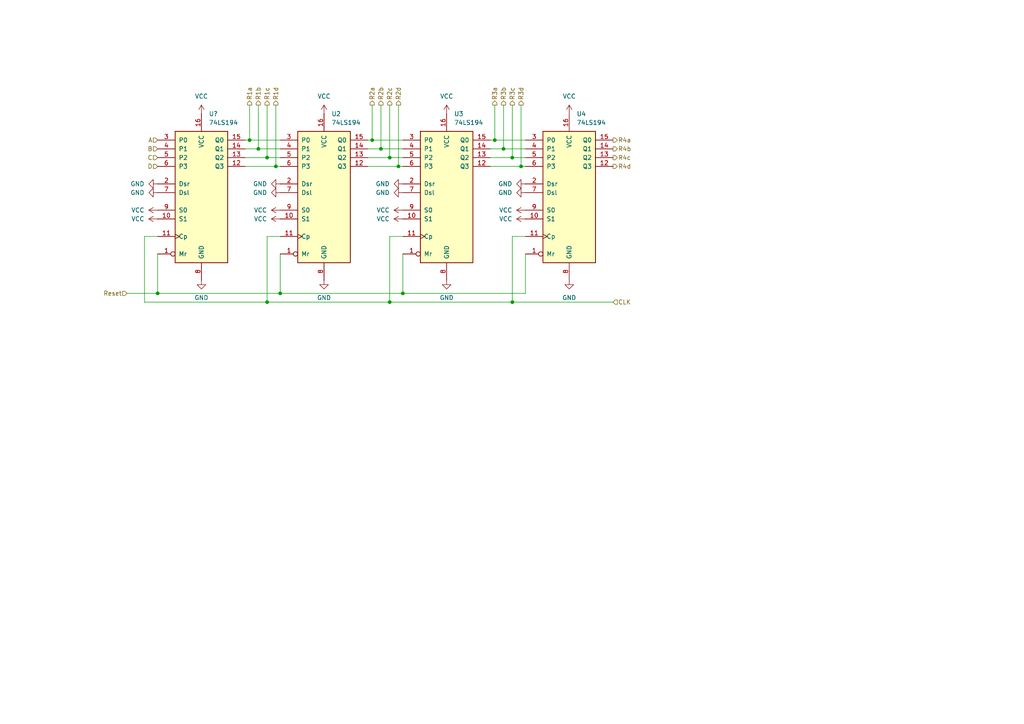
<source format=kicad_sch>
(kicad_sch
	(version 20250114)
	(generator "eeschema")
	(generator_version "9.0")
	(uuid "9639310c-b3d5-491f-be29-5c78d7443a19")
	(paper "A4")
	(lib_symbols
		(symbol "74xx:74LS194"
			(pin_names
				(offset 1.016)
			)
			(exclude_from_sim no)
			(in_bom yes)
			(on_board yes)
			(property "Reference" "U"
				(at -7.62 19.05 0)
				(effects
					(font
						(size 1.27 1.27)
					)
				)
			)
			(property "Value" "74LS194"
				(at -7.62 -21.59 0)
				(effects
					(font
						(size 1.27 1.27)
					)
				)
			)
			(property "Footprint" ""
				(at 0 0 0)
				(effects
					(font
						(size 1.27 1.27)
					)
					(hide yes)
				)
			)
			(property "Datasheet" "http://www.ti.com/lit/gpn/sn74LS194"
				(at 0 0 0)
				(effects
					(font
						(size 1.27 1.27)
					)
					(hide yes)
				)
			)
			(property "Description" "Shift Register 4-bit Bidirectional"
				(at 0 0 0)
				(effects
					(font
						(size 1.27 1.27)
					)
					(hide yes)
				)
			)
			(property "ki_locked" ""
				(at 0 0 0)
				(effects
					(font
						(size 1.27 1.27)
					)
				)
			)
			(property "ki_keywords" "TTL RS SR4"
				(at 0 0 0)
				(effects
					(font
						(size 1.27 1.27)
					)
					(hide yes)
				)
			)
			(property "ki_fp_filters" "DIP?16*"
				(at 0 0 0)
				(effects
					(font
						(size 1.27 1.27)
					)
					(hide yes)
				)
			)
			(symbol "74LS194_1_0"
				(pin input line
					(at -12.7 15.24 0)
					(length 5.08)
					(name "P0"
						(effects
							(font
								(size 1.27 1.27)
							)
						)
					)
					(number "3"
						(effects
							(font
								(size 1.27 1.27)
							)
						)
					)
				)
				(pin input line
					(at -12.7 12.7 0)
					(length 5.08)
					(name "P1"
						(effects
							(font
								(size 1.27 1.27)
							)
						)
					)
					(number "4"
						(effects
							(font
								(size 1.27 1.27)
							)
						)
					)
				)
				(pin input line
					(at -12.7 10.16 0)
					(length 5.08)
					(name "P2"
						(effects
							(font
								(size 1.27 1.27)
							)
						)
					)
					(number "5"
						(effects
							(font
								(size 1.27 1.27)
							)
						)
					)
				)
				(pin input line
					(at -12.7 7.62 0)
					(length 5.08)
					(name "P3"
						(effects
							(font
								(size 1.27 1.27)
							)
						)
					)
					(number "6"
						(effects
							(font
								(size 1.27 1.27)
							)
						)
					)
				)
				(pin input line
					(at -12.7 2.54 0)
					(length 5.08)
					(name "Dsr"
						(effects
							(font
								(size 1.27 1.27)
							)
						)
					)
					(number "2"
						(effects
							(font
								(size 1.27 1.27)
							)
						)
					)
				)
				(pin input line
					(at -12.7 0 0)
					(length 5.08)
					(name "Dsl"
						(effects
							(font
								(size 1.27 1.27)
							)
						)
					)
					(number "7"
						(effects
							(font
								(size 1.27 1.27)
							)
						)
					)
				)
				(pin input line
					(at -12.7 -5.08 0)
					(length 5.08)
					(name "S0"
						(effects
							(font
								(size 1.27 1.27)
							)
						)
					)
					(number "9"
						(effects
							(font
								(size 1.27 1.27)
							)
						)
					)
				)
				(pin input line
					(at -12.7 -7.62 0)
					(length 5.08)
					(name "S1"
						(effects
							(font
								(size 1.27 1.27)
							)
						)
					)
					(number "10"
						(effects
							(font
								(size 1.27 1.27)
							)
						)
					)
				)
				(pin input clock
					(at -12.7 -12.7 0)
					(length 5.08)
					(name "Cp"
						(effects
							(font
								(size 1.27 1.27)
							)
						)
					)
					(number "11"
						(effects
							(font
								(size 1.27 1.27)
							)
						)
					)
				)
				(pin input inverted
					(at -12.7 -17.78 0)
					(length 5.08)
					(name "Mr"
						(effects
							(font
								(size 1.27 1.27)
							)
						)
					)
					(number "1"
						(effects
							(font
								(size 1.27 1.27)
							)
						)
					)
				)
				(pin power_in line
					(at 0 22.86 270)
					(length 5.08)
					(name "VCC"
						(effects
							(font
								(size 1.27 1.27)
							)
						)
					)
					(number "16"
						(effects
							(font
								(size 1.27 1.27)
							)
						)
					)
				)
				(pin power_in line
					(at 0 -25.4 90)
					(length 5.08)
					(name "GND"
						(effects
							(font
								(size 1.27 1.27)
							)
						)
					)
					(number "8"
						(effects
							(font
								(size 1.27 1.27)
							)
						)
					)
				)
				(pin output line
					(at 12.7 15.24 180)
					(length 5.08)
					(name "Q0"
						(effects
							(font
								(size 1.27 1.27)
							)
						)
					)
					(number "15"
						(effects
							(font
								(size 1.27 1.27)
							)
						)
					)
				)
				(pin output line
					(at 12.7 12.7 180)
					(length 5.08)
					(name "Q1"
						(effects
							(font
								(size 1.27 1.27)
							)
						)
					)
					(number "14"
						(effects
							(font
								(size 1.27 1.27)
							)
						)
					)
				)
				(pin output line
					(at 12.7 10.16 180)
					(length 5.08)
					(name "Q2"
						(effects
							(font
								(size 1.27 1.27)
							)
						)
					)
					(number "13"
						(effects
							(font
								(size 1.27 1.27)
							)
						)
					)
				)
				(pin output line
					(at 12.7 7.62 180)
					(length 5.08)
					(name "Q3"
						(effects
							(font
								(size 1.27 1.27)
							)
						)
					)
					(number "12"
						(effects
							(font
								(size 1.27 1.27)
							)
						)
					)
				)
			)
			(symbol "74LS194_1_1"
				(rectangle
					(start -7.62 17.78)
					(end 7.62 -20.32)
					(stroke
						(width 0.254)
						(type default)
					)
					(fill
						(type background)
					)
				)
			)
			(embedded_fonts no)
		)
		(symbol "power:GND"
			(power)
			(pin_numbers
				(hide yes)
			)
			(pin_names
				(offset 0)
				(hide yes)
			)
			(exclude_from_sim no)
			(in_bom yes)
			(on_board yes)
			(property "Reference" "#PWR"
				(at 0 -6.35 0)
				(effects
					(font
						(size 1.27 1.27)
					)
					(hide yes)
				)
			)
			(property "Value" "GND"
				(at 0 -3.81 0)
				(effects
					(font
						(size 1.27 1.27)
					)
				)
			)
			(property "Footprint" ""
				(at 0 0 0)
				(effects
					(font
						(size 1.27 1.27)
					)
					(hide yes)
				)
			)
			(property "Datasheet" ""
				(at 0 0 0)
				(effects
					(font
						(size 1.27 1.27)
					)
					(hide yes)
				)
			)
			(property "Description" "Power symbol creates a global label with name \"GND\" , ground"
				(at 0 0 0)
				(effects
					(font
						(size 1.27 1.27)
					)
					(hide yes)
				)
			)
			(property "ki_keywords" "global power"
				(at 0 0 0)
				(effects
					(font
						(size 1.27 1.27)
					)
					(hide yes)
				)
			)
			(symbol "GND_0_1"
				(polyline
					(pts
						(xy 0 0) (xy 0 -1.27) (xy 1.27 -1.27) (xy 0 -2.54) (xy -1.27 -1.27) (xy 0 -1.27)
					)
					(stroke
						(width 0)
						(type default)
					)
					(fill
						(type none)
					)
				)
			)
			(symbol "GND_1_1"
				(pin power_in line
					(at 0 0 270)
					(length 0)
					(name "~"
						(effects
							(font
								(size 1.27 1.27)
							)
						)
					)
					(number "1"
						(effects
							(font
								(size 1.27 1.27)
							)
						)
					)
				)
			)
			(embedded_fonts no)
		)
		(symbol "power:VCC"
			(power)
			(pin_numbers
				(hide yes)
			)
			(pin_names
				(offset 0)
				(hide yes)
			)
			(exclude_from_sim no)
			(in_bom yes)
			(on_board yes)
			(property "Reference" "#PWR"
				(at 0 -3.81 0)
				(effects
					(font
						(size 1.27 1.27)
					)
					(hide yes)
				)
			)
			(property "Value" "VCC"
				(at 0 3.556 0)
				(effects
					(font
						(size 1.27 1.27)
					)
				)
			)
			(property "Footprint" ""
				(at 0 0 0)
				(effects
					(font
						(size 1.27 1.27)
					)
					(hide yes)
				)
			)
			(property "Datasheet" ""
				(at 0 0 0)
				(effects
					(font
						(size 1.27 1.27)
					)
					(hide yes)
				)
			)
			(property "Description" "Power symbol creates a global label with name \"VCC\""
				(at 0 0 0)
				(effects
					(font
						(size 1.27 1.27)
					)
					(hide yes)
				)
			)
			(property "ki_keywords" "global power"
				(at 0 0 0)
				(effects
					(font
						(size 1.27 1.27)
					)
					(hide yes)
				)
			)
			(symbol "VCC_0_1"
				(polyline
					(pts
						(xy -0.762 1.27) (xy 0 2.54)
					)
					(stroke
						(width 0)
						(type default)
					)
					(fill
						(type none)
					)
				)
				(polyline
					(pts
						(xy 0 2.54) (xy 0.762 1.27)
					)
					(stroke
						(width 0)
						(type default)
					)
					(fill
						(type none)
					)
				)
				(polyline
					(pts
						(xy 0 0) (xy 0 2.54)
					)
					(stroke
						(width 0)
						(type default)
					)
					(fill
						(type none)
					)
				)
			)
			(symbol "VCC_1_1"
				(pin power_in line
					(at 0 0 90)
					(length 0)
					(name "~"
						(effects
							(font
								(size 1.27 1.27)
							)
						)
					)
					(number "1"
						(effects
							(font
								(size 1.27 1.27)
							)
						)
					)
				)
			)
			(embedded_fonts no)
		)
	)
	(junction
		(at 115.57 48.26)
		(diameter 0)
		(color 0 0 0 0)
		(uuid "027ae8bd-5e88-451e-930e-b62cc9c410a8")
	)
	(junction
		(at 72.39 40.64)
		(diameter 0)
		(color 0 0 0 0)
		(uuid "0a3d83a3-da58-4d1f-a928-08f8fbd5e024")
	)
	(junction
		(at 45.72 85.09)
		(diameter 0)
		(color 0 0 0 0)
		(uuid "0b3c53c4-9a15-4e94-a06a-0191501d2c18")
	)
	(junction
		(at 74.93 43.18)
		(diameter 0)
		(color 0 0 0 0)
		(uuid "13a2018f-3ee5-4173-b8a6-a9457c91b8be")
	)
	(junction
		(at 77.47 87.63)
		(diameter 0)
		(color 0 0 0 0)
		(uuid "214667f3-1a20-409b-b8df-4bd874af7a0c")
	)
	(junction
		(at 113.03 87.63)
		(diameter 0)
		(color 0 0 0 0)
		(uuid "2c01c9c3-b014-4fc2-a5a7-c92bfe533097")
	)
	(junction
		(at 151.13 48.26)
		(diameter 0)
		(color 0 0 0 0)
		(uuid "4ac11e0f-8f66-4ffa-a039-13653f5542fc")
	)
	(junction
		(at 148.59 45.72)
		(diameter 0)
		(color 0 0 0 0)
		(uuid "5489e7d4-8a4c-42fc-a43f-9ff76e85e1b3")
	)
	(junction
		(at 77.47 45.72)
		(diameter 0)
		(color 0 0 0 0)
		(uuid "5f53a763-e60a-481a-a0b0-5f4888aed07b")
	)
	(junction
		(at 148.59 87.63)
		(diameter 0)
		(color 0 0 0 0)
		(uuid "7764fdca-110a-474c-939a-cfb9392bfd80")
	)
	(junction
		(at 116.84 85.09)
		(diameter 0)
		(color 0 0 0 0)
		(uuid "8466dfc5-0a8f-4398-92e6-7dd20b730155")
	)
	(junction
		(at 107.95 40.64)
		(diameter 0)
		(color 0 0 0 0)
		(uuid "9e341149-6b27-4518-abf4-5aea9ca11a7a")
	)
	(junction
		(at 110.49 43.18)
		(diameter 0)
		(color 0 0 0 0)
		(uuid "9e8a1292-3ac4-4417-9b9e-77a777b4a059")
	)
	(junction
		(at 146.05 43.18)
		(diameter 0)
		(color 0 0 0 0)
		(uuid "9f665bdb-d599-4d58-9439-a0d15858a04a")
	)
	(junction
		(at 143.51 40.64)
		(diameter 0)
		(color 0 0 0 0)
		(uuid "a50968b5-a809-4990-a4ef-c449f390a636")
	)
	(junction
		(at 80.01 48.26)
		(diameter 0)
		(color 0 0 0 0)
		(uuid "b9b7253c-f72e-493c-91a8-a154304190e9")
	)
	(junction
		(at 113.03 45.72)
		(diameter 0)
		(color 0 0 0 0)
		(uuid "e05e7c86-6891-4844-a1a5-bbc870a55e10")
	)
	(junction
		(at 81.28 85.09)
		(diameter 0)
		(color 0 0 0 0)
		(uuid "fc26cf28-41d0-4373-ae74-a17cec41c3ec")
	)
	(wire
		(pts
			(xy 151.13 48.26) (xy 152.4 48.26)
		)
		(stroke
			(width 0)
			(type default)
		)
		(uuid "042f4283-1d59-4558-b1bb-75e7f7b32d7e")
	)
	(wire
		(pts
			(xy 81.28 40.64) (xy 72.39 40.64)
		)
		(stroke
			(width 0)
			(type default)
		)
		(uuid "06c748a9-d8da-4e21-9363-40de165a7f5e")
	)
	(wire
		(pts
			(xy 45.72 85.09) (xy 45.72 73.66)
		)
		(stroke
			(width 0)
			(type default)
		)
		(uuid "114f86a1-0689-4be6-a582-48cb3471b62a")
	)
	(wire
		(pts
			(xy 177.8 87.63) (xy 148.59 87.63)
		)
		(stroke
			(width 0)
			(type default)
		)
		(uuid "1766c85d-bf78-48ec-be3d-7eb48ef75ccf")
	)
	(wire
		(pts
			(xy 41.91 87.63) (xy 77.47 87.63)
		)
		(stroke
			(width 0)
			(type default)
		)
		(uuid "1cecb105-dd63-45c4-90ac-a45f8e710722")
	)
	(wire
		(pts
			(xy 77.47 30.48) (xy 77.47 45.72)
		)
		(stroke
			(width 0)
			(type default)
		)
		(uuid "2289d6ce-6084-4df8-a515-4346fa84ee39")
	)
	(wire
		(pts
			(xy 115.57 48.26) (xy 116.84 48.26)
		)
		(stroke
			(width 0)
			(type default)
		)
		(uuid "245bbf36-c7a1-4c5e-bcea-737b8871df11")
	)
	(wire
		(pts
			(xy 106.68 45.72) (xy 113.03 45.72)
		)
		(stroke
			(width 0)
			(type default)
		)
		(uuid "25d1f8e8-f5ef-4ff0-8da4-070eb4c1dfd1")
	)
	(wire
		(pts
			(xy 74.93 43.18) (xy 71.12 43.18)
		)
		(stroke
			(width 0)
			(type default)
		)
		(uuid "2e2fc14d-01f4-46d2-b1b3-13ffdb3dcff2")
	)
	(wire
		(pts
			(xy 142.24 40.64) (xy 143.51 40.64)
		)
		(stroke
			(width 0)
			(type default)
		)
		(uuid "30eb0f9b-a385-48ae-b279-54d104f446d3")
	)
	(wire
		(pts
			(xy 146.05 30.48) (xy 146.05 43.18)
		)
		(stroke
			(width 0)
			(type default)
		)
		(uuid "32bcee37-8d89-47a3-8d20-11f928bb49cd")
	)
	(wire
		(pts
			(xy 142.24 43.18) (xy 146.05 43.18)
		)
		(stroke
			(width 0)
			(type default)
		)
		(uuid "35ad65d5-3c19-43bd-b9dd-b05fb9f24c11")
	)
	(wire
		(pts
			(xy 36.83 85.09) (xy 45.72 85.09)
		)
		(stroke
			(width 0)
			(type default)
		)
		(uuid "3cdf2377-0a00-401b-ae2a-c90ba7009bf6")
	)
	(wire
		(pts
			(xy 106.68 40.64) (xy 107.95 40.64)
		)
		(stroke
			(width 0)
			(type default)
		)
		(uuid "3f4abf8d-c2da-432b-8015-3e8d024fed25")
	)
	(wire
		(pts
			(xy 81.28 48.26) (xy 80.01 48.26)
		)
		(stroke
			(width 0)
			(type default)
		)
		(uuid "457907a0-21d1-43d2-979c-6be5aba28612")
	)
	(wire
		(pts
			(xy 80.01 30.48) (xy 80.01 48.26)
		)
		(stroke
			(width 0)
			(type default)
		)
		(uuid "4d652e31-cd9f-4df3-a394-f4b71a4c76f8")
	)
	(wire
		(pts
			(xy 74.93 30.48) (xy 74.93 43.18)
		)
		(stroke
			(width 0)
			(type default)
		)
		(uuid "550d567e-7208-458f-a24b-6558cf2e815e")
	)
	(wire
		(pts
			(xy 143.51 30.48) (xy 143.51 40.64)
		)
		(stroke
			(width 0)
			(type default)
		)
		(uuid "59385091-2d2c-48a2-aa67-412fdf062958")
	)
	(wire
		(pts
			(xy 148.59 45.72) (xy 152.4 45.72)
		)
		(stroke
			(width 0)
			(type default)
		)
		(uuid "594679cd-090b-4951-9df1-7bc62798732d")
	)
	(wire
		(pts
			(xy 81.28 43.18) (xy 74.93 43.18)
		)
		(stroke
			(width 0)
			(type default)
		)
		(uuid "5beae47f-50b6-40c7-9a7b-5f99c40b08d0")
	)
	(wire
		(pts
			(xy 142.24 45.72) (xy 148.59 45.72)
		)
		(stroke
			(width 0)
			(type default)
		)
		(uuid "653a5700-7aa7-4573-aa31-ed2fbdb5da20")
	)
	(wire
		(pts
			(xy 148.59 30.48) (xy 148.59 45.72)
		)
		(stroke
			(width 0)
			(type default)
		)
		(uuid "6974c9d3-96ba-49d7-8240-5c33eeba500e")
	)
	(wire
		(pts
			(xy 148.59 68.58) (xy 152.4 68.58)
		)
		(stroke
			(width 0)
			(type default)
		)
		(uuid "6dd7fe49-a9c6-46ab-b0f8-6ca459fad8c6")
	)
	(wire
		(pts
			(xy 116.84 68.58) (xy 113.03 68.58)
		)
		(stroke
			(width 0)
			(type default)
		)
		(uuid "777bd65a-3026-41d0-a696-0b3e1ff9324a")
	)
	(wire
		(pts
			(xy 45.72 68.58) (xy 41.91 68.58)
		)
		(stroke
			(width 0)
			(type default)
		)
		(uuid "7b07b72e-9952-42fb-85e8-f3e90da2600b")
	)
	(wire
		(pts
			(xy 72.39 30.48) (xy 72.39 40.64)
		)
		(stroke
			(width 0)
			(type default)
		)
		(uuid "7d0f2d30-f27e-4fe1-a9b8-91a08b8d1b11")
	)
	(wire
		(pts
			(xy 110.49 30.48) (xy 110.49 43.18)
		)
		(stroke
			(width 0)
			(type default)
		)
		(uuid "7f9b6898-e36b-4c22-9b17-6415133460a8")
	)
	(wire
		(pts
			(xy 106.68 43.18) (xy 110.49 43.18)
		)
		(stroke
			(width 0)
			(type default)
		)
		(uuid "8a2a6ec7-e40d-488c-b233-65d09b0997da")
	)
	(wire
		(pts
			(xy 113.03 30.48) (xy 113.03 45.72)
		)
		(stroke
			(width 0)
			(type default)
		)
		(uuid "8b6e7d22-be27-43b6-b61f-6d60afe2f34b")
	)
	(wire
		(pts
			(xy 41.91 68.58) (xy 41.91 87.63)
		)
		(stroke
			(width 0)
			(type default)
		)
		(uuid "8cc72f57-cf16-4ec8-b8b1-59e323b56b54")
	)
	(wire
		(pts
			(xy 81.28 45.72) (xy 77.47 45.72)
		)
		(stroke
			(width 0)
			(type default)
		)
		(uuid "8e950460-3d79-470c-8169-39b101efaa8d")
	)
	(wire
		(pts
			(xy 113.03 45.72) (xy 116.84 45.72)
		)
		(stroke
			(width 0)
			(type default)
		)
		(uuid "8fa43d10-e9a5-4f95-8b85-48e125cdc6c5")
	)
	(wire
		(pts
			(xy 107.95 40.64) (xy 116.84 40.64)
		)
		(stroke
			(width 0)
			(type default)
		)
		(uuid "92f9e8e9-e1a7-431d-8c6f-8598faf7681d")
	)
	(wire
		(pts
			(xy 107.95 30.48) (xy 107.95 40.64)
		)
		(stroke
			(width 0)
			(type default)
		)
		(uuid "93468378-ad10-4bf0-963d-3bda1389a424")
	)
	(wire
		(pts
			(xy 80.01 48.26) (xy 71.12 48.26)
		)
		(stroke
			(width 0)
			(type default)
		)
		(uuid "96381c9c-8030-47fa-af74-b4ab9943f65a")
	)
	(wire
		(pts
			(xy 110.49 43.18) (xy 116.84 43.18)
		)
		(stroke
			(width 0)
			(type default)
		)
		(uuid "9b1e08d8-e771-42cb-ae59-e9288ed64abc")
	)
	(wire
		(pts
			(xy 143.51 40.64) (xy 152.4 40.64)
		)
		(stroke
			(width 0)
			(type default)
		)
		(uuid "afd30f86-b41d-47e7-a4f9-81995b746a7f")
	)
	(wire
		(pts
			(xy 116.84 85.09) (xy 116.84 73.66)
		)
		(stroke
			(width 0)
			(type default)
		)
		(uuid "b2929f65-ad74-42a0-9f30-30fbeafa591d")
	)
	(wire
		(pts
			(xy 152.4 85.09) (xy 152.4 73.66)
		)
		(stroke
			(width 0)
			(type default)
		)
		(uuid "b8337041-7b79-48b4-82d1-3ee8ec8a1dfd")
	)
	(wire
		(pts
			(xy 148.59 87.63) (xy 148.59 68.58)
		)
		(stroke
			(width 0)
			(type default)
		)
		(uuid "b8a7b855-4c88-44c2-b353-dd3a5033551f")
	)
	(wire
		(pts
			(xy 151.13 30.48) (xy 151.13 48.26)
		)
		(stroke
			(width 0)
			(type default)
		)
		(uuid "c140cd5b-a44b-473e-853b-fa8b8ab3b552")
	)
	(wire
		(pts
			(xy 113.03 87.63) (xy 148.59 87.63)
		)
		(stroke
			(width 0)
			(type default)
		)
		(uuid "c320e325-b8f2-4e8d-9d3c-d33d4711bb87")
	)
	(wire
		(pts
			(xy 77.47 45.72) (xy 71.12 45.72)
		)
		(stroke
			(width 0)
			(type default)
		)
		(uuid "c71f02eb-dbbd-41dc-a78e-bda9430af585")
	)
	(wire
		(pts
			(xy 81.28 68.58) (xy 77.47 68.58)
		)
		(stroke
			(width 0)
			(type default)
		)
		(uuid "c7b463c4-f847-4798-a7c9-0fcde8b7f4fb")
	)
	(wire
		(pts
			(xy 72.39 40.64) (xy 71.12 40.64)
		)
		(stroke
			(width 0)
			(type default)
		)
		(uuid "c8c50673-70e2-45a9-95d0-54bdf23f0eb7")
	)
	(wire
		(pts
			(xy 81.28 85.09) (xy 116.84 85.09)
		)
		(stroke
			(width 0)
			(type default)
		)
		(uuid "caf04ca6-1a36-433f-ab51-ce9a0bdc3fca")
	)
	(wire
		(pts
			(xy 81.28 85.09) (xy 81.28 73.66)
		)
		(stroke
			(width 0)
			(type default)
		)
		(uuid "d4753045-df32-4055-9756-0911887cb8e5")
	)
	(wire
		(pts
			(xy 115.57 30.48) (xy 115.57 48.26)
		)
		(stroke
			(width 0)
			(type default)
		)
		(uuid "da065a1b-75a3-47e7-815b-122dffed0e82")
	)
	(wire
		(pts
			(xy 77.47 87.63) (xy 113.03 87.63)
		)
		(stroke
			(width 0)
			(type default)
		)
		(uuid "dd275fa1-d6fe-489d-838b-0321d6b95efb")
	)
	(wire
		(pts
			(xy 116.84 85.09) (xy 152.4 85.09)
		)
		(stroke
			(width 0)
			(type default)
		)
		(uuid "de394f46-ac15-4cc8-91a9-e7877f474330")
	)
	(wire
		(pts
			(xy 146.05 43.18) (xy 152.4 43.18)
		)
		(stroke
			(width 0)
			(type default)
		)
		(uuid "ec37d305-61e3-4fd1-a368-2e2563c62472")
	)
	(wire
		(pts
			(xy 45.72 85.09) (xy 81.28 85.09)
		)
		(stroke
			(width 0)
			(type default)
		)
		(uuid "ecfde08f-965d-47a5-8f51-95d7b156f476")
	)
	(wire
		(pts
			(xy 142.24 48.26) (xy 151.13 48.26)
		)
		(stroke
			(width 0)
			(type default)
		)
		(uuid "f00d38a7-7818-40e8-9e03-3ec4993dade3")
	)
	(wire
		(pts
			(xy 106.68 48.26) (xy 115.57 48.26)
		)
		(stroke
			(width 0)
			(type default)
		)
		(uuid "f0278819-3403-42fd-b44e-4b5b47fe2432")
	)
	(wire
		(pts
			(xy 113.03 68.58) (xy 113.03 87.63)
		)
		(stroke
			(width 0)
			(type default)
		)
		(uuid "f82f6796-77ad-4133-b1cc-94913e042d60")
	)
	(wire
		(pts
			(xy 77.47 68.58) (xy 77.47 87.63)
		)
		(stroke
			(width 0)
			(type default)
		)
		(uuid "ff3bb798-d437-4801-8861-9103af95217c")
	)
	(hierarchical_label "R1d"
		(shape output)
		(at 80.01 30.48 90)
		(effects
			(font
				(size 1.27 1.27)
			)
			(justify left)
		)
		(uuid "01069725-c6bc-4f09-b825-4f8077ea4962")
	)
	(hierarchical_label "R3d"
		(shape output)
		(at 151.13 30.48 90)
		(effects
			(font
				(size 1.27 1.27)
			)
			(justify left)
		)
		(uuid "0d4bf766-b12c-44f9-a71a-7eeb51127e78")
	)
	(hierarchical_label "R3b"
		(shape output)
		(at 146.05 30.48 90)
		(effects
			(font
				(size 1.27 1.27)
			)
			(justify left)
		)
		(uuid "186d0b78-9606-4050-937d-b8dea095e511")
	)
	(hierarchical_label "R1b"
		(shape output)
		(at 74.93 30.48 90)
		(effects
			(font
				(size 1.27 1.27)
			)
			(justify left)
		)
		(uuid "1e875312-87f1-4962-90b6-23a990fc21ef")
	)
	(hierarchical_label "Reset"
		(shape input)
		(at 36.83 85.09 180)
		(effects
			(font
				(size 1.27 1.27)
			)
			(justify right)
		)
		(uuid "210d723e-0989-4b32-a10a-04e9794e2f08")
	)
	(hierarchical_label "CLK"
		(shape input)
		(at 177.8 87.63 0)
		(effects
			(font
				(size 1.27 1.27)
			)
			(justify left)
		)
		(uuid "5027b2a7-36a7-483d-bc57-2e28141f899d")
	)
	(hierarchical_label "R2b"
		(shape output)
		(at 110.49 30.48 90)
		(effects
			(font
				(size 1.27 1.27)
			)
			(justify left)
		)
		(uuid "612ef723-96f2-48ae-a109-6cc623067e13")
	)
	(hierarchical_label "R1c"
		(shape output)
		(at 77.47 30.48 90)
		(effects
			(font
				(size 1.27 1.27)
			)
			(justify left)
		)
		(uuid "6df11a06-62f3-47c8-919e-a2b780c8ca71")
	)
	(hierarchical_label "A"
		(shape input)
		(at 45.72 40.64 180)
		(effects
			(font
				(size 1.27 1.27)
			)
			(justify right)
		)
		(uuid "6fba17bd-a918-4aed-ae44-791d303c299d")
	)
	(hierarchical_label "B"
		(shape input)
		(at 45.72 43.18 180)
		(effects
			(font
				(size 1.27 1.27)
			)
			(justify right)
		)
		(uuid "7af1e53f-71af-4ed3-943e-ae7984e82d03")
	)
	(hierarchical_label "R1a"
		(shape output)
		(at 72.39 30.48 90)
		(effects
			(font
				(size 1.27 1.27)
			)
			(justify left)
		)
		(uuid "b975eb39-c941-4f3a-95fc-28ef5ce46c74")
	)
	(hierarchical_label "R3c"
		(shape output)
		(at 148.59 30.48 90)
		(effects
			(font
				(size 1.27 1.27)
			)
			(justify left)
		)
		(uuid "c65f1b67-5add-4e4a-b1f9-f7f5dc2c9a98")
	)
	(hierarchical_label "R2c"
		(shape output)
		(at 113.03 30.48 90)
		(effects
			(font
				(size 1.27 1.27)
			)
			(justify left)
		)
		(uuid "cd797009-4f30-4b8b-bbd8-c13e21bc9068")
	)
	(hierarchical_label "R2d"
		(shape output)
		(at 115.57 30.48 90)
		(effects
			(font
				(size 1.27 1.27)
			)
			(justify left)
		)
		(uuid "d3df364c-8f67-44e0-a587-993761c73edb")
	)
	(hierarchical_label "R3a"
		(shape output)
		(at 143.51 30.48 90)
		(effects
			(font
				(size 1.27 1.27)
			)
			(justify left)
		)
		(uuid "d5216f38-d6e6-4910-b7a9-ad35cc16ef51")
	)
	(hierarchical_label "C"
		(shape input)
		(at 45.72 45.72 180)
		(effects
			(font
				(size 1.27 1.27)
			)
			(justify right)
		)
		(uuid "e3ecb0be-efeb-4b23-b5c1-2fe03c0aaee7")
	)
	(hierarchical_label "R4a"
		(shape output)
		(at 177.8 40.64 0)
		(effects
			(font
				(size 1.27 1.27)
			)
			(justify left)
		)
		(uuid "e4b3e149-a236-4f9e-bd68-aac4dfae607d")
	)
	(hierarchical_label "R4b"
		(shape output)
		(at 177.8 43.18 0)
		(effects
			(font
				(size 1.27 1.27)
			)
			(justify left)
		)
		(uuid "e8227b72-a3e9-404b-b0b2-7b780e92be21")
	)
	(hierarchical_label "R4d"
		(shape output)
		(at 177.8 48.26 0)
		(effects
			(font
				(size 1.27 1.27)
			)
			(justify left)
		)
		(uuid "f6dd6f9e-0a01-4845-8ebf-6a0a44eed269")
	)
	(hierarchical_label "R2a"
		(shape output)
		(at 107.95 30.48 90)
		(effects
			(font
				(size 1.27 1.27)
			)
			(justify left)
		)
		(uuid "fb1c5161-b56c-40a5-b21d-5274815dfe4f")
	)
	(hierarchical_label "D"
		(shape input)
		(at 45.72 48.26 180)
		(effects
			(font
				(size 1.27 1.27)
			)
			(justify right)
		)
		(uuid "fe2f885b-30ef-4a21-b2c5-e8ade99e3800")
	)
	(hierarchical_label "R4c"
		(shape output)
		(at 177.8 45.72 0)
		(effects
			(font
				(size 1.27 1.27)
			)
			(justify left)
		)
		(uuid "ff087482-01af-4706-ba32-1230c8e98c4e")
	)
	(symbol
		(lib_id "power:GND")
		(at 152.4 53.34 270)
		(unit 1)
		(exclude_from_sim no)
		(in_bom yes)
		(on_board yes)
		(dnp no)
		(fields_autoplaced yes)
		(uuid "061cda68-da85-42c9-93b0-d95769f2603f")
		(property "Reference" "#PWR015"
			(at 146.05 53.34 0)
			(effects
				(font
					(size 1.27 1.27)
				)
				(hide yes)
			)
		)
		(property "Value" "GND"
			(at 148.59 53.3399 90)
			(effects
				(font
					(size 1.27 1.27)
				)
				(justify right)
			)
		)
		(property "Footprint" ""
			(at 152.4 53.34 0)
			(effects
				(font
					(size 1.27 1.27)
				)
				(hide yes)
			)
		)
		(property "Datasheet" ""
			(at 152.4 53.34 0)
			(effects
				(font
					(size 1.27 1.27)
				)
				(hide yes)
			)
		)
		(property "Description" "Power symbol creates a global label with name \"GND\" , ground"
			(at 152.4 53.34 0)
			(effects
				(font
					(size 1.27 1.27)
				)
				(hide yes)
			)
		)
		(pin "1"
			(uuid "da47faf7-5b7b-4300-97a4-057c7ec1666c")
		)
		(instances
			(project "Subway Surfers"
				(path "/e8ee49b0-6c92-4580-8670-f3d8867d6cec/38f33439-c2cd-4e5d-8eca-23f703fd9d8e"
					(reference "#PWR015")
					(unit 1)
				)
			)
		)
	)
	(symbol
		(lib_id "power:VCC")
		(at 81.28 63.5 90)
		(unit 1)
		(exclude_from_sim no)
		(in_bom yes)
		(on_board yes)
		(dnp no)
		(fields_autoplaced yes)
		(uuid "088e70a2-afb2-4b12-9c55-3ea0fde9304f")
		(property "Reference" "#PWR08"
			(at 85.09 63.5 0)
			(effects
				(font
					(size 1.27 1.27)
				)
				(hide yes)
			)
		)
		(property "Value" "VCC"
			(at 77.47 63.4999 90)
			(effects
				(font
					(size 1.27 1.27)
				)
				(justify left)
			)
		)
		(property "Footprint" ""
			(at 81.28 63.5 0)
			(effects
				(font
					(size 1.27 1.27)
				)
				(hide yes)
			)
		)
		(property "Datasheet" ""
			(at 81.28 63.5 0)
			(effects
				(font
					(size 1.27 1.27)
				)
				(hide yes)
			)
		)
		(property "Description" "Power symbol creates a global label with name \"VCC\""
			(at 81.28 63.5 0)
			(effects
				(font
					(size 1.27 1.27)
				)
				(hide yes)
			)
		)
		(pin "1"
			(uuid "e717544f-f192-4612-8a91-23aae6df6e1c")
		)
		(instances
			(project "Subway Surfers"
				(path "/e8ee49b0-6c92-4580-8670-f3d8867d6cec/38f33439-c2cd-4e5d-8eca-23f703fd9d8e"
					(reference "#PWR08")
					(unit 1)
				)
			)
		)
	)
	(symbol
		(lib_id "power:VCC")
		(at 129.54 33.02 0)
		(unit 1)
		(exclude_from_sim no)
		(in_bom yes)
		(on_board yes)
		(dnp no)
		(fields_autoplaced yes)
		(uuid "0dfdf7db-c255-4d83-9749-cfc1ebea239a")
		(property "Reference" "#PWR022"
			(at 129.54 36.83 0)
			(effects
				(font
					(size 1.27 1.27)
				)
				(hide yes)
			)
		)
		(property "Value" "VCC"
			(at 129.54 27.94 0)
			(effects
				(font
					(size 1.27 1.27)
				)
			)
		)
		(property "Footprint" ""
			(at 129.54 33.02 0)
			(effects
				(font
					(size 1.27 1.27)
				)
				(hide yes)
			)
		)
		(property "Datasheet" ""
			(at 129.54 33.02 0)
			(effects
				(font
					(size 1.27 1.27)
				)
				(hide yes)
			)
		)
		(property "Description" "Power symbol creates a global label with name \"VCC\""
			(at 129.54 33.02 0)
			(effects
				(font
					(size 1.27 1.27)
				)
				(hide yes)
			)
		)
		(pin "1"
			(uuid "3dec2a09-6b42-4be1-83f6-88866d62a51a")
		)
		(instances
			(project "Subway Surfers"
				(path "/e8ee49b0-6c92-4580-8670-f3d8867d6cec/38f33439-c2cd-4e5d-8eca-23f703fd9d8e"
					(reference "#PWR022")
					(unit 1)
				)
			)
		)
	)
	(symbol
		(lib_id "power:GND")
		(at 81.28 55.88 270)
		(unit 1)
		(exclude_from_sim no)
		(in_bom yes)
		(on_board yes)
		(dnp no)
		(fields_autoplaced yes)
		(uuid "1970ba54-b636-4e74-9485-07dc99f0a5ad")
		(property "Reference" "#PWR04"
			(at 74.93 55.88 0)
			(effects
				(font
					(size 1.27 1.27)
				)
				(hide yes)
			)
		)
		(property "Value" "GND"
			(at 77.47 55.8799 90)
			(effects
				(font
					(size 1.27 1.27)
				)
				(justify right)
			)
		)
		(property "Footprint" ""
			(at 81.28 55.88 0)
			(effects
				(font
					(size 1.27 1.27)
				)
				(hide yes)
			)
		)
		(property "Datasheet" ""
			(at 81.28 55.88 0)
			(effects
				(font
					(size 1.27 1.27)
				)
				(hide yes)
			)
		)
		(property "Description" "Power symbol creates a global label with name \"GND\" , ground"
			(at 81.28 55.88 0)
			(effects
				(font
					(size 1.27 1.27)
				)
				(hide yes)
			)
		)
		(pin "1"
			(uuid "93ae9c28-c2e6-46fb-92bf-149211d93c54")
		)
		(instances
			(project "Subway Surfers"
				(path "/e8ee49b0-6c92-4580-8670-f3d8867d6cec/38f33439-c2cd-4e5d-8eca-23f703fd9d8e"
					(reference "#PWR04")
					(unit 1)
				)
			)
		)
	)
	(symbol
		(lib_id "power:VCC")
		(at 152.4 60.96 90)
		(unit 1)
		(exclude_from_sim no)
		(in_bom yes)
		(on_board yes)
		(dnp no)
		(fields_autoplaced yes)
		(uuid "243811f9-a43f-4b2e-976b-c189ad6a2d26")
		(property "Reference" "#PWR011"
			(at 156.21 60.96 0)
			(effects
				(font
					(size 1.27 1.27)
				)
				(hide yes)
			)
		)
		(property "Value" "VCC"
			(at 148.59 60.9599 90)
			(effects
				(font
					(size 1.27 1.27)
				)
				(justify left)
			)
		)
		(property "Footprint" ""
			(at 152.4 60.96 0)
			(effects
				(font
					(size 1.27 1.27)
				)
				(hide yes)
			)
		)
		(property "Datasheet" ""
			(at 152.4 60.96 0)
			(effects
				(font
					(size 1.27 1.27)
				)
				(hide yes)
			)
		)
		(property "Description" "Power symbol creates a global label with name \"VCC\""
			(at 152.4 60.96 0)
			(effects
				(font
					(size 1.27 1.27)
				)
				(hide yes)
			)
		)
		(pin "1"
			(uuid "9a1cb23a-4e53-4103-8d71-214c9c226c13")
		)
		(instances
			(project "Subway Surfers"
				(path "/e8ee49b0-6c92-4580-8670-f3d8867d6cec/38f33439-c2cd-4e5d-8eca-23f703fd9d8e"
					(reference "#PWR011")
					(unit 1)
				)
			)
		)
	)
	(symbol
		(lib_id "power:VCC")
		(at 93.98 33.02 0)
		(unit 1)
		(exclude_from_sim no)
		(in_bom yes)
		(on_board yes)
		(dnp no)
		(fields_autoplaced yes)
		(uuid "24d4a723-ad85-44ea-b6b0-4d84845bcf0f")
		(property "Reference" "#PWR023"
			(at 93.98 36.83 0)
			(effects
				(font
					(size 1.27 1.27)
				)
				(hide yes)
			)
		)
		(property "Value" "VCC"
			(at 93.98 27.94 0)
			(effects
				(font
					(size 1.27 1.27)
				)
			)
		)
		(property "Footprint" ""
			(at 93.98 33.02 0)
			(effects
				(font
					(size 1.27 1.27)
				)
				(hide yes)
			)
		)
		(property "Datasheet" ""
			(at 93.98 33.02 0)
			(effects
				(font
					(size 1.27 1.27)
				)
				(hide yes)
			)
		)
		(property "Description" "Power symbol creates a global label with name \"VCC\""
			(at 93.98 33.02 0)
			(effects
				(font
					(size 1.27 1.27)
				)
				(hide yes)
			)
		)
		(pin "1"
			(uuid "28cc5740-11f2-4075-9a3f-0cc26ab76bb4")
		)
		(instances
			(project "Subway Surfers"
				(path "/e8ee49b0-6c92-4580-8670-f3d8867d6cec/38f33439-c2cd-4e5d-8eca-23f703fd9d8e"
					(reference "#PWR023")
					(unit 1)
				)
			)
		)
	)
	(symbol
		(lib_id "74xx:74LS194")
		(at 129.54 55.88 0)
		(unit 1)
		(exclude_from_sim no)
		(in_bom yes)
		(on_board yes)
		(dnp no)
		(fields_autoplaced yes)
		(uuid "27edc20a-52e2-4b94-84d4-d444434e88de")
		(property "Reference" "U3"
			(at 131.6833 33.02 0)
			(effects
				(font
					(size 1.27 1.27)
				)
				(justify left)
			)
		)
		(property "Value" "74LS194"
			(at 131.6833 35.56 0)
			(effects
				(font
					(size 1.27 1.27)
				)
				(justify left)
			)
		)
		(property "Footprint" ""
			(at 129.54 55.88 0)
			(effects
				(font
					(size 1.27 1.27)
				)
				(hide yes)
			)
		)
		(property "Datasheet" "http://www.ti.com/lit/gpn/sn74LS194"
			(at 129.54 55.88 0)
			(effects
				(font
					(size 1.27 1.27)
				)
				(hide yes)
			)
		)
		(property "Description" "Shift Register 4-bit Bidirectional"
			(at 129.54 55.88 0)
			(effects
				(font
					(size 1.27 1.27)
				)
				(hide yes)
			)
		)
		(pin "16"
			(uuid "e6f2b065-5b90-4d3a-aac2-fe559d525572")
		)
		(pin "3"
			(uuid "678f90bd-224a-4a52-9228-a936d8ee97c4")
		)
		(pin "12"
			(uuid "cab95297-6ed5-45f8-a24c-db5703f57f16")
		)
		(pin "6"
			(uuid "eed5bc77-b2df-431b-88ac-3c3ae0c97249")
		)
		(pin "10"
			(uuid "a10c5d58-6b1f-4921-b0df-0bc2fe298667")
		)
		(pin "11"
			(uuid "dc404f73-44ad-4967-b2a4-a4123555b2fe")
		)
		(pin "15"
			(uuid "13ac509c-8afd-4253-90ab-3e07e7dc2160")
		)
		(pin "9"
			(uuid "32a2636f-1478-4127-84e2-b3b604858cce")
		)
		(pin "5"
			(uuid "9354c4e5-7a92-410b-bdb7-44f93b750acd")
		)
		(pin "1"
			(uuid "6d78d6d5-3a96-4ab7-86de-0eed919b0a13")
		)
		(pin "4"
			(uuid "dbc044b9-bb83-45e4-b293-c36fa41b50ba")
		)
		(pin "7"
			(uuid "72c2f2de-602c-48b4-86de-a8dc0cbb2f76")
		)
		(pin "2"
			(uuid "30a98996-d2f4-406f-9be2-147780d4c72e")
		)
		(pin "8"
			(uuid "8ca48f9c-d682-4d1c-aca5-0111fe97b17d")
		)
		(pin "14"
			(uuid "37e73baa-a680-4196-b03f-d41d84ba9b0e")
		)
		(pin "13"
			(uuid "8b63cf09-5cf5-4d37-9a51-c5408b82dd79")
		)
		(instances
			(project "Subway Surfers"
				(path "/e8ee49b0-6c92-4580-8670-f3d8867d6cec/38f33439-c2cd-4e5d-8eca-23f703fd9d8e"
					(reference "U3")
					(unit 1)
				)
			)
		)
	)
	(symbol
		(lib_id "power:VCC")
		(at 45.72 63.5 90)
		(unit 1)
		(exclude_from_sim no)
		(in_bom yes)
		(on_board yes)
		(dnp no)
		(fields_autoplaced yes)
		(uuid "28229c75-6aef-4013-871d-32f4fb010f8b")
		(property "Reference" "#PWR06"
			(at 49.53 63.5 0)
			(effects
				(font
					(size 1.27 1.27)
				)
				(hide yes)
			)
		)
		(property "Value" "VCC"
			(at 41.91 63.4999 90)
			(effects
				(font
					(size 1.27 1.27)
				)
				(justify left)
			)
		)
		(property "Footprint" ""
			(at 45.72 63.5 0)
			(effects
				(font
					(size 1.27 1.27)
				)
				(hide yes)
			)
		)
		(property "Datasheet" ""
			(at 45.72 63.5 0)
			(effects
				(font
					(size 1.27 1.27)
				)
				(hide yes)
			)
		)
		(property "Description" "Power symbol creates a global label with name \"VCC\""
			(at 45.72 63.5 0)
			(effects
				(font
					(size 1.27 1.27)
				)
				(hide yes)
			)
		)
		(pin "1"
			(uuid "e6a661de-07d1-4131-83a0-3f4b19023be2")
		)
		(instances
			(project "Subway Surfers"
				(path "/e8ee49b0-6c92-4580-8670-f3d8867d6cec/38f33439-c2cd-4e5d-8eca-23f703fd9d8e"
					(reference "#PWR06")
					(unit 1)
				)
			)
		)
	)
	(symbol
		(lib_id "74xx:74LS194")
		(at 165.1 55.88 0)
		(unit 1)
		(exclude_from_sim no)
		(in_bom yes)
		(on_board yes)
		(dnp no)
		(fields_autoplaced yes)
		(uuid "497652d8-c6d0-4b70-9924-21a6dcc9bdf1")
		(property "Reference" "U4"
			(at 167.2433 33.02 0)
			(effects
				(font
					(size 1.27 1.27)
				)
				(justify left)
			)
		)
		(property "Value" "74LS194"
			(at 167.2433 35.56 0)
			(effects
				(font
					(size 1.27 1.27)
				)
				(justify left)
			)
		)
		(property "Footprint" ""
			(at 165.1 55.88 0)
			(effects
				(font
					(size 1.27 1.27)
				)
				(hide yes)
			)
		)
		(property "Datasheet" "http://www.ti.com/lit/gpn/sn74LS194"
			(at 165.1 55.88 0)
			(effects
				(font
					(size 1.27 1.27)
				)
				(hide yes)
			)
		)
		(property "Description" "Shift Register 4-bit Bidirectional"
			(at 165.1 55.88 0)
			(effects
				(font
					(size 1.27 1.27)
				)
				(hide yes)
			)
		)
		(pin "16"
			(uuid "a9e908c3-0f5a-4c8c-8812-47ba36aa06bc")
		)
		(pin "3"
			(uuid "70dce691-fd2a-4c80-a3f0-81e60fe6ced7")
		)
		(pin "12"
			(uuid "5d60f927-6d59-49a5-9069-4419d4bff944")
		)
		(pin "6"
			(uuid "bce589db-23f8-4a30-847d-f036d3da80d2")
		)
		(pin "10"
			(uuid "d3587324-bba5-41c6-934d-6388a4a82265")
		)
		(pin "11"
			(uuid "c77b518d-6b9c-4703-ab49-0cde4e12aebd")
		)
		(pin "15"
			(uuid "21418174-0375-4ea9-b343-713cf874a921")
		)
		(pin "9"
			(uuid "4e340d9e-ac6a-4cf5-8a7b-fb2893daec99")
		)
		(pin "5"
			(uuid "768978eb-b1d6-40cc-ab52-d5e97176aee8")
		)
		(pin "1"
			(uuid "94239d7c-66e8-46a8-9814-192c264c0ce3")
		)
		(pin "4"
			(uuid "ad3de4b0-9784-481c-a88a-e10b7acb8e4f")
		)
		(pin "7"
			(uuid "0eb15f01-2e5e-48ca-9a79-0032b43ee396")
		)
		(pin "2"
			(uuid "79a539c7-7685-4076-9cef-a819929e4135")
		)
		(pin "8"
			(uuid "040f473c-6d61-4160-9fc3-3b7a9e2a0040")
		)
		(pin "14"
			(uuid "7913f881-c224-4959-8fe1-4bca424fa51b")
		)
		(pin "13"
			(uuid "fdbfec75-35f5-46d2-8d62-ad4819f3a296")
		)
		(instances
			(project "Subway Surfers"
				(path "/e8ee49b0-6c92-4580-8670-f3d8867d6cec/38f33439-c2cd-4e5d-8eca-23f703fd9d8e"
					(reference "U4")
					(unit 1)
				)
			)
		)
	)
	(symbol
		(lib_id "power:GND")
		(at 129.54 81.28 0)
		(unit 1)
		(exclude_from_sim no)
		(in_bom yes)
		(on_board yes)
		(dnp no)
		(fields_autoplaced yes)
		(uuid "4df5dd15-b43f-4807-a643-6dd49b91233f")
		(property "Reference" "#PWR018"
			(at 129.54 87.63 0)
			(effects
				(font
					(size 1.27 1.27)
				)
				(hide yes)
			)
		)
		(property "Value" "GND"
			(at 129.54 86.36 0)
			(effects
				(font
					(size 1.27 1.27)
				)
			)
		)
		(property "Footprint" ""
			(at 129.54 81.28 0)
			(effects
				(font
					(size 1.27 1.27)
				)
				(hide yes)
			)
		)
		(property "Datasheet" ""
			(at 129.54 81.28 0)
			(effects
				(font
					(size 1.27 1.27)
				)
				(hide yes)
			)
		)
		(property "Description" "Power symbol creates a global label with name \"GND\" , ground"
			(at 129.54 81.28 0)
			(effects
				(font
					(size 1.27 1.27)
				)
				(hide yes)
			)
		)
		(pin "1"
			(uuid "cf3324a5-6534-475c-8ae3-11b539f9a119")
		)
		(instances
			(project "Subway Surfers"
				(path "/e8ee49b0-6c92-4580-8670-f3d8867d6cec/38f33439-c2cd-4e5d-8eca-23f703fd9d8e"
					(reference "#PWR018")
					(unit 1)
				)
			)
		)
	)
	(symbol
		(lib_id "power:VCC")
		(at 165.1 33.02 0)
		(unit 1)
		(exclude_from_sim no)
		(in_bom yes)
		(on_board yes)
		(dnp no)
		(fields_autoplaced yes)
		(uuid "57767648-440e-4789-9f7d-49a5a59949ea")
		(property "Reference" "#PWR021"
			(at 165.1 36.83 0)
			(effects
				(font
					(size 1.27 1.27)
				)
				(hide yes)
			)
		)
		(property "Value" "VCC"
			(at 165.1 27.94 0)
			(effects
				(font
					(size 1.27 1.27)
				)
			)
		)
		(property "Footprint" ""
			(at 165.1 33.02 0)
			(effects
				(font
					(size 1.27 1.27)
				)
				(hide yes)
			)
		)
		(property "Datasheet" ""
			(at 165.1 33.02 0)
			(effects
				(font
					(size 1.27 1.27)
				)
				(hide yes)
			)
		)
		(property "Description" "Power symbol creates a global label with name \"VCC\""
			(at 165.1 33.02 0)
			(effects
				(font
					(size 1.27 1.27)
				)
				(hide yes)
			)
		)
		(pin "1"
			(uuid "50b63bad-1d2f-40fa-ad6b-f131f3344f10")
		)
		(instances
			(project "Subway Surfers"
				(path "/e8ee49b0-6c92-4580-8670-f3d8867d6cec/38f33439-c2cd-4e5d-8eca-23f703fd9d8e"
					(reference "#PWR021")
					(unit 1)
				)
			)
		)
	)
	(symbol
		(lib_id "74xx:74LS194")
		(at 58.42 55.88 0)
		(unit 1)
		(exclude_from_sim no)
		(in_bom yes)
		(on_board yes)
		(dnp no)
		(fields_autoplaced yes)
		(uuid "63214030-16c0-4b6c-a7c0-520346eb00b6")
		(property "Reference" "U?"
			(at 60.5633 33.02 0)
			(effects
				(font
					(size 1.27 1.27)
				)
				(justify left)
			)
		)
		(property "Value" "74LS194"
			(at 60.5633 35.56 0)
			(effects
				(font
					(size 1.27 1.27)
				)
				(justify left)
			)
		)
		(property "Footprint" ""
			(at 58.42 55.88 0)
			(effects
				(font
					(size 1.27 1.27)
				)
				(hide yes)
			)
		)
		(property "Datasheet" "http://www.ti.com/lit/gpn/sn74LS194"
			(at 58.42 55.88 0)
			(effects
				(font
					(size 1.27 1.27)
				)
				(hide yes)
			)
		)
		(property "Description" "Shift Register 4-bit Bidirectional"
			(at 58.42 55.88 0)
			(effects
				(font
					(size 1.27 1.27)
				)
				(hide yes)
			)
		)
		(pin "16"
			(uuid "3110ef54-86d3-4a3f-b1c5-8a23df1a9592")
		)
		(pin "3"
			(uuid "b7d93ff0-c891-4091-9fec-6b03a588963b")
		)
		(pin "12"
			(uuid "49390aac-0c87-498f-9ccc-f92f07d66339")
		)
		(pin "6"
			(uuid "d7c01c35-b0fc-427a-a804-08b09f42d34e")
		)
		(pin "10"
			(uuid "d74f7686-3d06-4a02-8e81-a35866ddc29b")
		)
		(pin "11"
			(uuid "dae78b3e-a347-4d05-889f-425490f63ff1")
		)
		(pin "15"
			(uuid "b9f83bbf-8f61-4998-b3cd-41e88c9d8f76")
		)
		(pin "9"
			(uuid "16dcf7b0-bf58-4e6d-b6d3-c1ee7cfafed7")
		)
		(pin "5"
			(uuid "3e985fba-4d29-4887-ade3-c1c7c9c42e92")
		)
		(pin "1"
			(uuid "bb5f4659-fc8a-4b1b-b6ad-195ace62cbb7")
		)
		(pin "4"
			(uuid "e46d1cfe-70fd-4fd7-be96-d16603bf7a29")
		)
		(pin "7"
			(uuid "01ac1f05-2812-4008-9dd2-e45faf67ae2a")
		)
		(pin "2"
			(uuid "226110e3-a34d-4ca3-8715-b2d1f85e8d33")
		)
		(pin "8"
			(uuid "d7e84dc5-3822-458e-8bb0-9916de8dfd45")
		)
		(pin "14"
			(uuid "92193458-c044-476f-af13-d8ced688b82c")
		)
		(pin "13"
			(uuid "bb17e1b2-ab7d-4cce-8707-0a1117900a35")
		)
		(instances
			(project "Subway Surfers"
				(path "/e8ee49b0-6c92-4580-8670-f3d8867d6cec/38f33439-c2cd-4e5d-8eca-23f703fd9d8e"
					(reference "U?")
					(unit 1)
				)
			)
		)
	)
	(symbol
		(lib_id "power:GND")
		(at 81.28 53.34 270)
		(unit 1)
		(exclude_from_sim no)
		(in_bom yes)
		(on_board yes)
		(dnp no)
		(fields_autoplaced yes)
		(uuid "6962dbcf-2f44-41a8-b112-a2835f6a6b16")
		(property "Reference" "#PWR03"
			(at 74.93 53.34 0)
			(effects
				(font
					(size 1.27 1.27)
				)
				(hide yes)
			)
		)
		(property "Value" "GND"
			(at 77.47 53.3399 90)
			(effects
				(font
					(size 1.27 1.27)
				)
				(justify right)
			)
		)
		(property "Footprint" ""
			(at 81.28 53.34 0)
			(effects
				(font
					(size 1.27 1.27)
				)
				(hide yes)
			)
		)
		(property "Datasheet" ""
			(at 81.28 53.34 0)
			(effects
				(font
					(size 1.27 1.27)
				)
				(hide yes)
			)
		)
		(property "Description" "Power symbol creates a global label with name \"GND\" , ground"
			(at 81.28 53.34 0)
			(effects
				(font
					(size 1.27 1.27)
				)
				(hide yes)
			)
		)
		(pin "1"
			(uuid "ea2a1cee-e3e3-4f81-9323-edfaaa89d72d")
		)
		(instances
			(project "Subway Surfers"
				(path "/e8ee49b0-6c92-4580-8670-f3d8867d6cec/38f33439-c2cd-4e5d-8eca-23f703fd9d8e"
					(reference "#PWR03")
					(unit 1)
				)
			)
		)
	)
	(symbol
		(lib_id "power:VCC")
		(at 45.72 60.96 90)
		(unit 1)
		(exclude_from_sim no)
		(in_bom yes)
		(on_board yes)
		(dnp no)
		(fields_autoplaced yes)
		(uuid "82cfc135-ef0d-4798-919a-809bb83f3450")
		(property "Reference" "#PWR?"
			(at 49.53 60.96 0)
			(effects
				(font
					(size 1.27 1.27)
				)
				(hide yes)
			)
		)
		(property "Value" "VCC"
			(at 41.91 60.9599 90)
			(effects
				(font
					(size 1.27 1.27)
				)
				(justify left)
			)
		)
		(property "Footprint" ""
			(at 45.72 60.96 0)
			(effects
				(font
					(size 1.27 1.27)
				)
				(hide yes)
			)
		)
		(property "Datasheet" ""
			(at 45.72 60.96 0)
			(effects
				(font
					(size 1.27 1.27)
				)
				(hide yes)
			)
		)
		(property "Description" "Power symbol creates a global label with name \"VCC\""
			(at 45.72 60.96 0)
			(effects
				(font
					(size 1.27 1.27)
				)
				(hide yes)
			)
		)
		(pin "1"
			(uuid "b130b497-9350-4f7e-8ead-1f353fede7ed")
		)
		(instances
			(project "Subway Surfers"
				(path "/e8ee49b0-6c92-4580-8670-f3d8867d6cec/38f33439-c2cd-4e5d-8eca-23f703fd9d8e"
					(reference "#PWR?")
					(unit 1)
				)
			)
		)
	)
	(symbol
		(lib_id "power:GND")
		(at 165.1 81.28 0)
		(unit 1)
		(exclude_from_sim no)
		(in_bom yes)
		(on_board yes)
		(dnp no)
		(fields_autoplaced yes)
		(uuid "8552e674-d6bd-488e-b2ae-4b190ce20b0a")
		(property "Reference" "#PWR017"
			(at 165.1 87.63 0)
			(effects
				(font
					(size 1.27 1.27)
				)
				(hide yes)
			)
		)
		(property "Value" "GND"
			(at 165.1 86.36 0)
			(effects
				(font
					(size 1.27 1.27)
				)
			)
		)
		(property "Footprint" ""
			(at 165.1 81.28 0)
			(effects
				(font
					(size 1.27 1.27)
				)
				(hide yes)
			)
		)
		(property "Datasheet" ""
			(at 165.1 81.28 0)
			(effects
				(font
					(size 1.27 1.27)
				)
				(hide yes)
			)
		)
		(property "Description" "Power symbol creates a global label with name \"GND\" , ground"
			(at 165.1 81.28 0)
			(effects
				(font
					(size 1.27 1.27)
				)
				(hide yes)
			)
		)
		(pin "1"
			(uuid "4dcf5a97-fb28-43f8-92a6-e5083ee6446b")
		)
		(instances
			(project "Subway Surfers"
				(path "/e8ee49b0-6c92-4580-8670-f3d8867d6cec/38f33439-c2cd-4e5d-8eca-23f703fd9d8e"
					(reference "#PWR017")
					(unit 1)
				)
			)
		)
	)
	(symbol
		(lib_id "power:GND")
		(at 152.4 55.88 270)
		(unit 1)
		(exclude_from_sim no)
		(in_bom yes)
		(on_board yes)
		(dnp no)
		(fields_autoplaced yes)
		(uuid "8614502a-d995-41f7-9ce9-b2b041cd438a")
		(property "Reference" "#PWR016"
			(at 146.05 55.88 0)
			(effects
				(font
					(size 1.27 1.27)
				)
				(hide yes)
			)
		)
		(property "Value" "GND"
			(at 148.59 55.8799 90)
			(effects
				(font
					(size 1.27 1.27)
				)
				(justify right)
			)
		)
		(property "Footprint" ""
			(at 152.4 55.88 0)
			(effects
				(font
					(size 1.27 1.27)
				)
				(hide yes)
			)
		)
		(property "Datasheet" ""
			(at 152.4 55.88 0)
			(effects
				(font
					(size 1.27 1.27)
				)
				(hide yes)
			)
		)
		(property "Description" "Power symbol creates a global label with name \"GND\" , ground"
			(at 152.4 55.88 0)
			(effects
				(font
					(size 1.27 1.27)
				)
				(hide yes)
			)
		)
		(pin "1"
			(uuid "96141431-d26a-4ae3-9ec8-97ec12930e10")
		)
		(instances
			(project "Subway Surfers"
				(path "/e8ee49b0-6c92-4580-8670-f3d8867d6cec/38f33439-c2cd-4e5d-8eca-23f703fd9d8e"
					(reference "#PWR016")
					(unit 1)
				)
			)
		)
	)
	(symbol
		(lib_id "power:GND")
		(at 116.84 55.88 270)
		(unit 1)
		(exclude_from_sim no)
		(in_bom yes)
		(on_board yes)
		(dnp no)
		(fields_autoplaced yes)
		(uuid "8bba494f-0b3b-420a-b74e-ddb697144ce5")
		(property "Reference" "#PWR014"
			(at 110.49 55.88 0)
			(effects
				(font
					(size 1.27 1.27)
				)
				(hide yes)
			)
		)
		(property "Value" "GND"
			(at 113.03 55.8799 90)
			(effects
				(font
					(size 1.27 1.27)
				)
				(justify right)
			)
		)
		(property "Footprint" ""
			(at 116.84 55.88 0)
			(effects
				(font
					(size 1.27 1.27)
				)
				(hide yes)
			)
		)
		(property "Datasheet" ""
			(at 116.84 55.88 0)
			(effects
				(font
					(size 1.27 1.27)
				)
				(hide yes)
			)
		)
		(property "Description" "Power symbol creates a global label with name \"GND\" , ground"
			(at 116.84 55.88 0)
			(effects
				(font
					(size 1.27 1.27)
				)
				(hide yes)
			)
		)
		(pin "1"
			(uuid "8fea0f8d-ca59-423a-99ac-d24224f1a909")
		)
		(instances
			(project "Subway Surfers"
				(path "/e8ee49b0-6c92-4580-8670-f3d8867d6cec/38f33439-c2cd-4e5d-8eca-23f703fd9d8e"
					(reference "#PWR014")
					(unit 1)
				)
			)
		)
	)
	(symbol
		(lib_id "power:VCC")
		(at 116.84 60.96 90)
		(unit 1)
		(exclude_from_sim no)
		(in_bom yes)
		(on_board yes)
		(dnp no)
		(fields_autoplaced yes)
		(uuid "90c7b106-d437-4c52-a8f9-016b583f4ceb")
		(property "Reference" "#PWR09"
			(at 120.65 60.96 0)
			(effects
				(font
					(size 1.27 1.27)
				)
				(hide yes)
			)
		)
		(property "Value" "VCC"
			(at 113.03 60.9599 90)
			(effects
				(font
					(size 1.27 1.27)
				)
				(justify left)
			)
		)
		(property "Footprint" ""
			(at 116.84 60.96 0)
			(effects
				(font
					(size 1.27 1.27)
				)
				(hide yes)
			)
		)
		(property "Datasheet" ""
			(at 116.84 60.96 0)
			(effects
				(font
					(size 1.27 1.27)
				)
				(hide yes)
			)
		)
		(property "Description" "Power symbol creates a global label with name \"VCC\""
			(at 116.84 60.96 0)
			(effects
				(font
					(size 1.27 1.27)
				)
				(hide yes)
			)
		)
		(pin "1"
			(uuid "97872018-ed7f-4f80-85ae-0eb2fb3865a3")
		)
		(instances
			(project "Subway Surfers"
				(path "/e8ee49b0-6c92-4580-8670-f3d8867d6cec/38f33439-c2cd-4e5d-8eca-23f703fd9d8e"
					(reference "#PWR09")
					(unit 1)
				)
			)
		)
	)
	(symbol
		(lib_id "power:VCC")
		(at 116.84 63.5 90)
		(unit 1)
		(exclude_from_sim no)
		(in_bom yes)
		(on_board yes)
		(dnp no)
		(fields_autoplaced yes)
		(uuid "97c16844-a06c-4403-bd40-7a61dcad46f3")
		(property "Reference" "#PWR010"
			(at 120.65 63.5 0)
			(effects
				(font
					(size 1.27 1.27)
				)
				(hide yes)
			)
		)
		(property "Value" "VCC"
			(at 113.03 63.4999 90)
			(effects
				(font
					(size 1.27 1.27)
				)
				(justify left)
			)
		)
		(property "Footprint" ""
			(at 116.84 63.5 0)
			(effects
				(font
					(size 1.27 1.27)
				)
				(hide yes)
			)
		)
		(property "Datasheet" ""
			(at 116.84 63.5 0)
			(effects
				(font
					(size 1.27 1.27)
				)
				(hide yes)
			)
		)
		(property "Description" "Power symbol creates a global label with name \"VCC\""
			(at 116.84 63.5 0)
			(effects
				(font
					(size 1.27 1.27)
				)
				(hide yes)
			)
		)
		(pin "1"
			(uuid "b8acbb91-99fa-46d2-9e59-4cf0d003e5e7")
		)
		(instances
			(project "Subway Surfers"
				(path "/e8ee49b0-6c92-4580-8670-f3d8867d6cec/38f33439-c2cd-4e5d-8eca-23f703fd9d8e"
					(reference "#PWR010")
					(unit 1)
				)
			)
		)
	)
	(symbol
		(lib_id "power:VCC")
		(at 81.28 60.96 90)
		(unit 1)
		(exclude_from_sim no)
		(in_bom yes)
		(on_board yes)
		(dnp no)
		(fields_autoplaced yes)
		(uuid "a89b3783-6056-4ae1-bf70-f92ad0d54ccc")
		(property "Reference" "#PWR07"
			(at 85.09 60.96 0)
			(effects
				(font
					(size 1.27 1.27)
				)
				(hide yes)
			)
		)
		(property "Value" "VCC"
			(at 77.47 60.9599 90)
			(effects
				(font
					(size 1.27 1.27)
				)
				(justify left)
			)
		)
		(property "Footprint" ""
			(at 81.28 60.96 0)
			(effects
				(font
					(size 1.27 1.27)
				)
				(hide yes)
			)
		)
		(property "Datasheet" ""
			(at 81.28 60.96 0)
			(effects
				(font
					(size 1.27 1.27)
				)
				(hide yes)
			)
		)
		(property "Description" "Power symbol creates a global label with name \"VCC\""
			(at 81.28 60.96 0)
			(effects
				(font
					(size 1.27 1.27)
				)
				(hide yes)
			)
		)
		(pin "1"
			(uuid "551d3105-9b08-400b-8b64-184f87107258")
		)
		(instances
			(project "Subway Surfers"
				(path "/e8ee49b0-6c92-4580-8670-f3d8867d6cec/38f33439-c2cd-4e5d-8eca-23f703fd9d8e"
					(reference "#PWR07")
					(unit 1)
				)
			)
		)
	)
	(symbol
		(lib_id "power:GND")
		(at 58.42 81.28 0)
		(unit 1)
		(exclude_from_sim no)
		(in_bom yes)
		(on_board yes)
		(dnp no)
		(fields_autoplaced yes)
		(uuid "ac506f9a-62f0-4772-b7da-26ec7703db87")
		(property "Reference" "#PWR020"
			(at 58.42 87.63 0)
			(effects
				(font
					(size 1.27 1.27)
				)
				(hide yes)
			)
		)
		(property "Value" "GND"
			(at 58.42 86.36 0)
			(effects
				(font
					(size 1.27 1.27)
				)
			)
		)
		(property "Footprint" ""
			(at 58.42 81.28 0)
			(effects
				(font
					(size 1.27 1.27)
				)
				(hide yes)
			)
		)
		(property "Datasheet" ""
			(at 58.42 81.28 0)
			(effects
				(font
					(size 1.27 1.27)
				)
				(hide yes)
			)
		)
		(property "Description" "Power symbol creates a global label with name \"GND\" , ground"
			(at 58.42 81.28 0)
			(effects
				(font
					(size 1.27 1.27)
				)
				(hide yes)
			)
		)
		(pin "1"
			(uuid "9e382c94-4cca-46e7-841b-67760e4d28ee")
		)
		(instances
			(project "Subway Surfers"
				(path "/e8ee49b0-6c92-4580-8670-f3d8867d6cec/38f33439-c2cd-4e5d-8eca-23f703fd9d8e"
					(reference "#PWR020")
					(unit 1)
				)
			)
		)
	)
	(symbol
		(lib_id "power:GND")
		(at 116.84 53.34 270)
		(unit 1)
		(exclude_from_sim no)
		(in_bom yes)
		(on_board yes)
		(dnp no)
		(fields_autoplaced yes)
		(uuid "ac51e7af-692c-4a85-b870-9131d0b200b3")
		(property "Reference" "#PWR013"
			(at 110.49 53.34 0)
			(effects
				(font
					(size 1.27 1.27)
				)
				(hide yes)
			)
		)
		(property "Value" "GND"
			(at 113.03 53.3399 90)
			(effects
				(font
					(size 1.27 1.27)
				)
				(justify right)
			)
		)
		(property "Footprint" ""
			(at 116.84 53.34 0)
			(effects
				(font
					(size 1.27 1.27)
				)
				(hide yes)
			)
		)
		(property "Datasheet" ""
			(at 116.84 53.34 0)
			(effects
				(font
					(size 1.27 1.27)
				)
				(hide yes)
			)
		)
		(property "Description" "Power symbol creates a global label with name \"GND\" , ground"
			(at 116.84 53.34 0)
			(effects
				(font
					(size 1.27 1.27)
				)
				(hide yes)
			)
		)
		(pin "1"
			(uuid "2a2b2527-49d3-45a3-8b34-95ef6e5f46cd")
		)
		(instances
			(project "Subway Surfers"
				(path "/e8ee49b0-6c92-4580-8670-f3d8867d6cec/38f33439-c2cd-4e5d-8eca-23f703fd9d8e"
					(reference "#PWR013")
					(unit 1)
				)
			)
		)
	)
	(symbol
		(lib_id "power:VCC")
		(at 152.4 63.5 90)
		(unit 1)
		(exclude_from_sim no)
		(in_bom yes)
		(on_board yes)
		(dnp no)
		(fields_autoplaced yes)
		(uuid "b36aa67c-886e-432a-8afa-79a535569532")
		(property "Reference" "#PWR012"
			(at 156.21 63.5 0)
			(effects
				(font
					(size 1.27 1.27)
				)
				(hide yes)
			)
		)
		(property "Value" "VCC"
			(at 148.59 63.4999 90)
			(effects
				(font
					(size 1.27 1.27)
				)
				(justify left)
			)
		)
		(property "Footprint" ""
			(at 152.4 63.5 0)
			(effects
				(font
					(size 1.27 1.27)
				)
				(hide yes)
			)
		)
		(property "Datasheet" ""
			(at 152.4 63.5 0)
			(effects
				(font
					(size 1.27 1.27)
				)
				(hide yes)
			)
		)
		(property "Description" "Power symbol creates a global label with name \"VCC\""
			(at 152.4 63.5 0)
			(effects
				(font
					(size 1.27 1.27)
				)
				(hide yes)
			)
		)
		(pin "1"
			(uuid "3b2d981d-d14b-438c-8ba8-96d506869f0c")
		)
		(instances
			(project "Subway Surfers"
				(path "/e8ee49b0-6c92-4580-8670-f3d8867d6cec/38f33439-c2cd-4e5d-8eca-23f703fd9d8e"
					(reference "#PWR012")
					(unit 1)
				)
			)
		)
	)
	(symbol
		(lib_id "74xx:74LS194")
		(at 93.98 55.88 0)
		(unit 1)
		(exclude_from_sim no)
		(in_bom yes)
		(on_board yes)
		(dnp no)
		(fields_autoplaced yes)
		(uuid "c8408e0c-943b-40f4-9167-7a836199dd99")
		(property "Reference" "U2"
			(at 96.1233 33.02 0)
			(effects
				(font
					(size 1.27 1.27)
				)
				(justify left)
			)
		)
		(property "Value" "74LS194"
			(at 96.1233 35.56 0)
			(effects
				(font
					(size 1.27 1.27)
				)
				(justify left)
			)
		)
		(property "Footprint" ""
			(at 93.98 55.88 0)
			(effects
				(font
					(size 1.27 1.27)
				)
				(hide yes)
			)
		)
		(property "Datasheet" "http://www.ti.com/lit/gpn/sn74LS194"
			(at 93.98 55.88 0)
			(effects
				(font
					(size 1.27 1.27)
				)
				(hide yes)
			)
		)
		(property "Description" "Shift Register 4-bit Bidirectional"
			(at 93.98 55.88 0)
			(effects
				(font
					(size 1.27 1.27)
				)
				(hide yes)
			)
		)
		(pin "16"
			(uuid "4a2dc275-1873-48ea-b902-6f0e99d17d12")
		)
		(pin "3"
			(uuid "3f976fee-88cb-4e3a-ab84-a04aac64fc5d")
		)
		(pin "12"
			(uuid "5825052c-6b8a-4c0b-9393-faf7918b3f20")
		)
		(pin "6"
			(uuid "3c7335e4-e45f-43d6-b41a-246c66b3772e")
		)
		(pin "10"
			(uuid "457cec13-bcfa-4f96-ba67-56c8c425d4e1")
		)
		(pin "11"
			(uuid "3445c5f7-7e94-4fbd-b8a9-3c71e2ff9a92")
		)
		(pin "15"
			(uuid "bdffbc95-2a8f-4488-924f-9c639de441aa")
		)
		(pin "9"
			(uuid "5360b3e5-4fd6-4cad-84c2-16c56f7c5fec")
		)
		(pin "5"
			(uuid "a385683c-b99b-4913-bb6d-69519799cdeb")
		)
		(pin "1"
			(uuid "f4362cbc-a6ac-4437-bb92-8ac1e0590129")
		)
		(pin "4"
			(uuid "c17a4bf8-5c8c-4c87-a1c2-938a5a96b395")
		)
		(pin "7"
			(uuid "97653f39-2b9a-4661-84f9-220927306972")
		)
		(pin "2"
			(uuid "e91e413f-9927-43a2-aeb7-75f8e50721fb")
		)
		(pin "8"
			(uuid "19b671ea-0dce-4283-beea-3a3d8397ba8a")
		)
		(pin "14"
			(uuid "91d36fd3-4963-40f7-9a56-402343184943")
		)
		(pin "13"
			(uuid "36c9d7c3-8f24-4a48-bb10-e405585bf07d")
		)
		(instances
			(project "Subway Surfers"
				(path "/e8ee49b0-6c92-4580-8670-f3d8867d6cec/38f33439-c2cd-4e5d-8eca-23f703fd9d8e"
					(reference "U2")
					(unit 1)
				)
			)
		)
	)
	(symbol
		(lib_id "power:GND")
		(at 45.72 55.88 270)
		(unit 1)
		(exclude_from_sim no)
		(in_bom yes)
		(on_board yes)
		(dnp no)
		(fields_autoplaced yes)
		(uuid "cf8654da-e816-4e84-af28-91cd12eedc30")
		(property "Reference" "#PWR02"
			(at 39.37 55.88 0)
			(effects
				(font
					(size 1.27 1.27)
				)
				(hide yes)
			)
		)
		(property "Value" "GND"
			(at 41.91 55.8799 90)
			(effects
				(font
					(size 1.27 1.27)
				)
				(justify right)
			)
		)
		(property "Footprint" ""
			(at 45.72 55.88 0)
			(effects
				(font
					(size 1.27 1.27)
				)
				(hide yes)
			)
		)
		(property "Datasheet" ""
			(at 45.72 55.88 0)
			(effects
				(font
					(size 1.27 1.27)
				)
				(hide yes)
			)
		)
		(property "Description" "Power symbol creates a global label with name \"GND\" , ground"
			(at 45.72 55.88 0)
			(effects
				(font
					(size 1.27 1.27)
				)
				(hide yes)
			)
		)
		(pin "1"
			(uuid "dda87f4e-c394-42c1-b8b3-10bb99057f74")
		)
		(instances
			(project "Subway Surfers"
				(path "/e8ee49b0-6c92-4580-8670-f3d8867d6cec/38f33439-c2cd-4e5d-8eca-23f703fd9d8e"
					(reference "#PWR02")
					(unit 1)
				)
			)
		)
	)
	(symbol
		(lib_id "power:GND")
		(at 45.72 53.34 270)
		(unit 1)
		(exclude_from_sim no)
		(in_bom yes)
		(on_board yes)
		(dnp no)
		(fields_autoplaced yes)
		(uuid "d9a29fde-5f63-41d0-afe7-ad9a586d7dce")
		(property "Reference" "#PWR?"
			(at 39.37 53.34 0)
			(effects
				(font
					(size 1.27 1.27)
				)
				(hide yes)
			)
		)
		(property "Value" "GND"
			(at 41.91 53.3399 90)
			(effects
				(font
					(size 1.27 1.27)
				)
				(justify right)
			)
		)
		(property "Footprint" ""
			(at 45.72 53.34 0)
			(effects
				(font
					(size 1.27 1.27)
				)
				(hide yes)
			)
		)
		(property "Datasheet" ""
			(at 45.72 53.34 0)
			(effects
				(font
					(size 1.27 1.27)
				)
				(hide yes)
			)
		)
		(property "Description" "Power symbol creates a global label with name \"GND\" , ground"
			(at 45.72 53.34 0)
			(effects
				(font
					(size 1.27 1.27)
				)
				(hide yes)
			)
		)
		(pin "1"
			(uuid "0e2a3936-42fa-4ddf-9374-be1d3b3417a2")
		)
		(instances
			(project "Subway Surfers"
				(path "/e8ee49b0-6c92-4580-8670-f3d8867d6cec/38f33439-c2cd-4e5d-8eca-23f703fd9d8e"
					(reference "#PWR?")
					(unit 1)
				)
			)
		)
	)
	(symbol
		(lib_id "power:GND")
		(at 93.98 81.28 0)
		(unit 1)
		(exclude_from_sim no)
		(in_bom yes)
		(on_board yes)
		(dnp no)
		(fields_autoplaced yes)
		(uuid "de2e3b8a-34bb-4dac-a21a-cad89e4374a8")
		(property "Reference" "#PWR019"
			(at 93.98 87.63 0)
			(effects
				(font
					(size 1.27 1.27)
				)
				(hide yes)
			)
		)
		(property "Value" "GND"
			(at 93.98 86.36 0)
			(effects
				(font
					(size 1.27 1.27)
				)
			)
		)
		(property "Footprint" ""
			(at 93.98 81.28 0)
			(effects
				(font
					(size 1.27 1.27)
				)
				(hide yes)
			)
		)
		(property "Datasheet" ""
			(at 93.98 81.28 0)
			(effects
				(font
					(size 1.27 1.27)
				)
				(hide yes)
			)
		)
		(property "Description" "Power symbol creates a global label with name \"GND\" , ground"
			(at 93.98 81.28 0)
			(effects
				(font
					(size 1.27 1.27)
				)
				(hide yes)
			)
		)
		(pin "1"
			(uuid "4c786d2e-55d0-45ca-89f0-ff867cf51100")
		)
		(instances
			(project "Subway Surfers"
				(path "/e8ee49b0-6c92-4580-8670-f3d8867d6cec/38f33439-c2cd-4e5d-8eca-23f703fd9d8e"
					(reference "#PWR019")
					(unit 1)
				)
			)
		)
	)
	(symbol
		(lib_id "power:VCC")
		(at 58.42 33.02 0)
		(unit 1)
		(exclude_from_sim no)
		(in_bom yes)
		(on_board yes)
		(dnp no)
		(fields_autoplaced yes)
		(uuid "e3aef2d0-789e-42b7-8a68-1b80bfafa09d")
		(property "Reference" "#PWR024"
			(at 58.42 36.83 0)
			(effects
				(font
					(size 1.27 1.27)
				)
				(hide yes)
			)
		)
		(property "Value" "VCC"
			(at 58.42 27.94 0)
			(effects
				(font
					(size 1.27 1.27)
				)
			)
		)
		(property "Footprint" ""
			(at 58.42 33.02 0)
			(effects
				(font
					(size 1.27 1.27)
				)
				(hide yes)
			)
		)
		(property "Datasheet" ""
			(at 58.42 33.02 0)
			(effects
				(font
					(size 1.27 1.27)
				)
				(hide yes)
			)
		)
		(property "Description" "Power symbol creates a global label with name \"VCC\""
			(at 58.42 33.02 0)
			(effects
				(font
					(size 1.27 1.27)
				)
				(hide yes)
			)
		)
		(pin "1"
			(uuid "26fdc1d1-2561-49ea-b7d3-fa42da7ee933")
		)
		(instances
			(project "Subway Surfers"
				(path "/e8ee49b0-6c92-4580-8670-f3d8867d6cec/38f33439-c2cd-4e5d-8eca-23f703fd9d8e"
					(reference "#PWR024")
					(unit 1)
				)
			)
		)
	)
)

</source>
